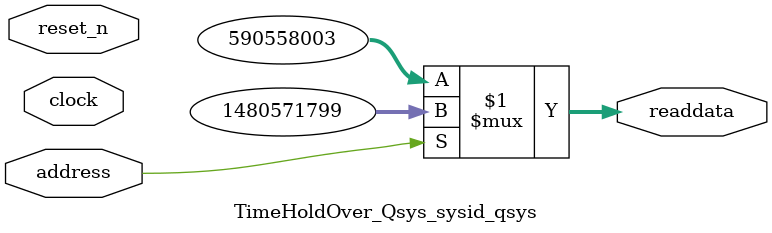
<source format=v>
module TimeHoldOver_Qsys_sysid_qsys (
                address,
                clock,
                reset_n,
                readdata
             )
;
  output  [ 31: 0] readdata;
  input            address;
  input            clock;
  input            reset_n;
  wire    [ 31: 0] readdata;
  assign readdata = address ? 1480571799 : 590558003;
endmodule
</source>
